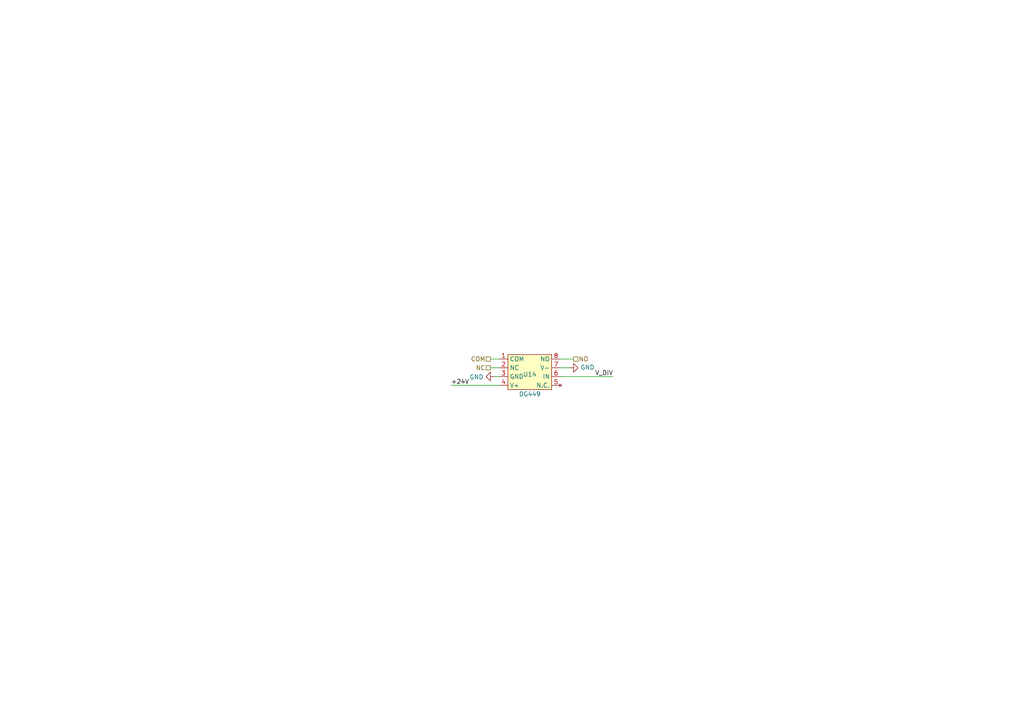
<source format=kicad_sch>
(kicad_sch (version 20230121) (generator eeschema)
  (paper "A4")
  (lib_symbols
    (symbol "power:GND" (power) (pin_names (offset 0))
      (property "Value" "GND" (at 0 -3.81 0))
      (symbol "GND_0_1"
        (polyline (pts (xy 0 0) (xy 0 -1.27) (xy 1.27 -1.27) (xy 0 -2.54) (xy -1.27 -1.27) (xy 0 -1.27)))
      )
      (symbol "GND_1_1"
        (pin power_in line (at 0 0 270) (length 0) hide (name "GND") (number "1"))
      )
    )
    (symbol "tycho:DG449"
      (property "Reference" "U" (at 0 0 0))
      (symbol "DG449_1_0"
        (pin passive line (at -8.89 1.27 0) (length 2.54) (name "NC") (number "2"))
        (pin power_in line (at -8.89 -1.27 0) (length 2.54) (name "GND") (number "3"))
        (pin power_in line (at -8.89 -3.81 0) (length 2.54) (name "V+") (number "4"))
        (pin no_connect line (at 8.89 -3.81 180) (length 2.54) (name "N.C.") (number "5"))
        (pin input line (at 8.89 -1.27 180) (length 2.54) (name "IN") (number "6"))
        (pin power_in line (at 8.89 1.27 180) (length 2.54) (name "V-") (number "7"))
        (pin passive line (at 8.89 3.81 180) (length 2.54) (name "NO") (number "8"))
      )
      (symbol "DG449_1_1"
        (rectangle (start -6.35 5.08) (end 6.35 -5.08) (fill (type background)))
        (pin passive line (at -8.89 3.81 0) (length 2.54) (name "COM") (number "1"))
      )
    )
  )
  (wire (pts (xy 143.51 109.22) (xy 144.78 109.22)))
  (wire (pts (xy 177.8 109.22) (xy 162.56 109.22)))
  (wire (pts (xy 142.24 106.68) (xy 144.78 106.68)))
  (wire (pts (xy 162.56 104.14) (xy 166.37 104.14)))
  (wire (pts (xy 142.24 104.14) (xy 144.78 104.14)))
  (wire (pts (xy 130.81 111.76) (xy 144.78 111.76)))
  (wire (pts (xy 162.56 106.68) (xy 165.1 106.68)))
  (label "+24V" (at 130.81 111.76 0))
  (label "V_DIV" (at 177.8 109.22 180))
  (hierarchical_label "NO" (shape passive) (at 166.37 104.14 0))
  (hierarchical_label "COM" (shape passive) (at 142.24 104.14 180))
  (hierarchical_label "NC" (shape passive) (at 142.24 106.68 180))
  (symbol (lib_id "power:GND") (at 165.1 106.68 90) (unit 1)
    (property "Reference" "#PWR059" (effects hide))
    (property "Value" "GND" (at 168.3512 106.553 90) (effects (justify right)))
    (instances (project "tycho" (path "" (reference "#PWR059") (unit 1)) (path "" (reference "#PWR059") (unit 1)) (path "" (reference "#PWR065") (unit 1))))
  )
  (symbol (lib_id "tycho:DG449") (at 153.67 107.95 0) (unit 1)
    (property "Reference" "U14" (at 153.67 108.585 0))
    (property "Value" "DG449" (at 153.67 114.3 0))
    (property "Footprint" "Package_TO_SOT_SMD:SOT-23-8_Handsoldering" (effects hide))
    (property "Datasheet" "https://www.vishay.com/docs/73897/dg449.pdf" (effects hide))
    (property "Manufacturer" "Vishay Siliconix" (effects hide))
    (property "Part Number" "DG449DS-T1-E3" (effects hide))
    (property "Description" "IC SWITCH SPDT X 1 45OHM SOT23-8" (effects hide))
    (instances (project "tycho" (path "" (reference "U14") (unit 1)) (path "" (reference "U14") (unit 1)) (path "" (reference "U15") (unit 1))))
  )
  (symbol (lib_id "power:GND") (at 143.51 109.22 270) (unit 1)
    (property "Reference" "#PWR039" (effects hide))
    (property "Value" "GND" (at 140.2588 109.347 90) (effects (justify right)))
    (instances (project "tycho" (path "" (reference "#PWR039") (unit 1)) (path "" (reference "#PWR039") (unit 1)) (path "" (reference "#PWR063") (unit 1))))
  )
)
</source>
